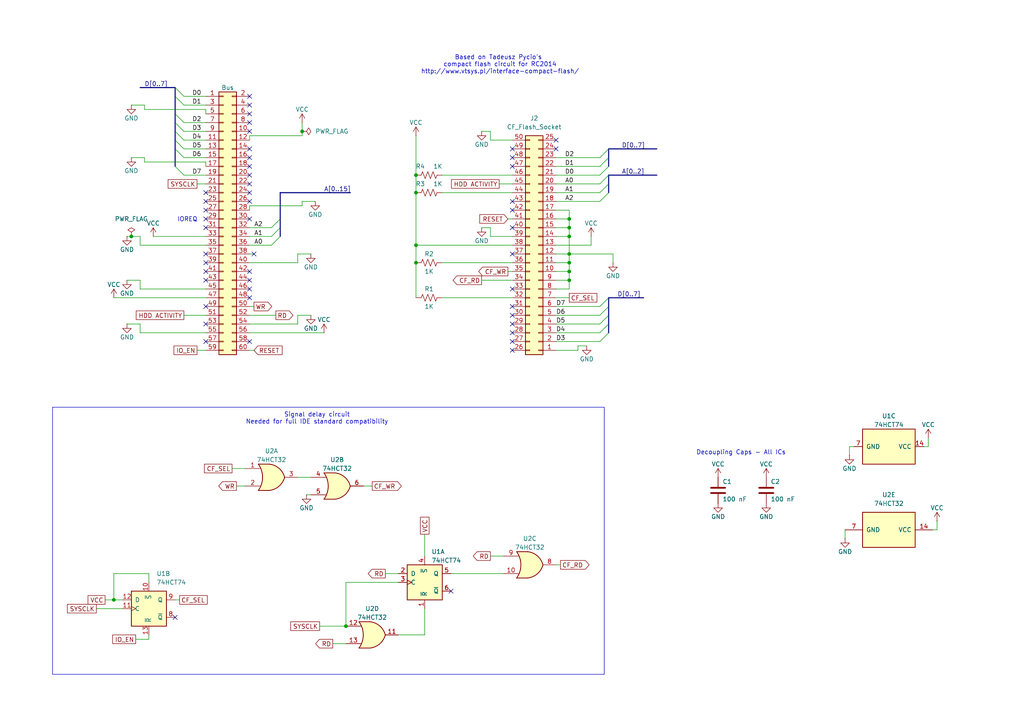
<source format=kicad_sch>
(kicad_sch (version 20231120) (generator "eeschema") (generator_version "8.0")
  (paper "A4")
  (title_block (title "Kludge CF Card") (rev "1.0"))
  (lib_symbols
    (symbol "74xx:74HC74" (pin_names (offset 1.016))
      (property "Reference" "U" (at -7.62 8.89 0))
      (property "Value" "74HC74" (at -7.62 -8.89 0))
      (symbol "74HC74_1_0"
        (pin input line (at 0 -7.62 90) (length 2.54) (name "~{R}") (number "1"))
        (pin input line (at -7.62 2.54 0) (length 2.54) (name "D") (number "2"))
        (pin input clock (at -7.62 0 0) (length 2.54) (name "C") (number "3"))
        (pin input line (at 0 7.62 270) (length 2.54) (name "~{S}") (number "4"))
        (pin output line (at 7.62 2.54 180) (length 2.54) (name "Q") (number "5"))
        (pin output line (at 7.62 -2.54 180) (length 2.54) (name "~{Q}") (number "6"))
      )
      (symbol "74HC74_2_0"
        (pin input line (at 0 7.62 270) (length 2.54) (name "~{S}") (number "10"))
        (pin input clock (at -7.62 0 0) (length 2.54) (name "C") (number "11"))
        (pin input line (at -7.62 2.54 0) (length 2.54) (name "D") (number "12"))
        (pin input line (at 0 -7.62 90) (length 2.54) (name "~{R}") (number "13"))
        (pin output line (at 7.62 -2.54 180) (length 2.54) (name "~{Q}") (number "8"))
        (pin output line (at 7.62 2.54 180) (length 2.54) (name "Q") (number "9"))
      )
      (symbol "74HC74_3_0"
        (pin power_in line (at 0 10.16 270) (length 2.54) (name "VCC") (number "14"))
        (pin power_in line (at 0 -10.16 90) (length 2.54) (name "GND") (number "7"))
      )
    )
    (symbol "74xx:74LS32" (pin_names (offset 1.016))
      (property "Reference" "U" (at 0 1.27 0))
      (property "Value" "74LS32" (at 0 -1.27 0))
      (symbol "74LS32_1_1"
        (pin input line (at -7.62 2.54 0) (length 4.318) (name "~") (number "1"))
        (pin input line (at -7.62 -2.54 0) (length 4.318) (name "~") (number "2"))
        (pin output line (at 7.62 0 180) (length 3.81) (name "~") (number "3"))
      )
      (symbol "74LS32_1_2"
        (pin input inverted (at -7.62 2.54 0) (length 3.81) (name "~") (number "1"))
        (pin input inverted (at -7.62 -2.54 0) (length 3.81) (name "~") (number "2"))
        (pin output inverted (at 7.62 0 180) (length 3.81) (name "~") (number "3"))
      )
      (symbol "74LS32_2_1"
        (pin input line (at -7.62 2.54 0) (length 4.318) (name "~") (number "4"))
        (pin input line (at -7.62 -2.54 0) (length 4.318) (name "~") (number "5"))
        (pin output line (at 7.62 0 180) (length 3.81) (name "~") (number "6"))
      )
      (symbol "74LS32_2_2"
        (pin input inverted (at -7.62 2.54 0) (length 3.81) (name "~") (number "4"))
        (pin input inverted (at -7.62 -2.54 0) (length 3.81) (name "~") (number "5"))
        (pin output inverted (at 7.62 0 180) (length 3.81) (name "~") (number "6"))
      )
      (symbol "74LS32_3_1"
        (pin input line (at -7.62 -2.54 0) (length 4.318) (name "~") (number "10"))
        (pin output line (at 7.62 0 180) (length 3.81) (name "~") (number "8"))
        (pin input line (at -7.62 2.54 0) (length 4.318) (name "~") (number "9"))
      )
      (symbol "74LS32_3_2"
        (pin input inverted (at -7.62 -2.54 0) (length 3.81) (name "~") (number "10"))
        (pin output inverted (at 7.62 0 180) (length 3.81) (name "~") (number "8"))
        (pin input inverted (at -7.62 2.54 0) (length 3.81) (name "~") (number "9"))
      )
      (symbol "74LS32_4_1"
        (pin output line (at 7.62 0 180) (length 3.81) (name "~") (number "11"))
        (pin input line (at -7.62 2.54 0) (length 4.318) (name "~") (number "12"))
        (pin input line (at -7.62 -2.54 0) (length 4.318) (name "~") (number "13"))
      )
      (symbol "74LS32_4_2"
        (pin output inverted (at 7.62 0 180) (length 3.81) (name "~") (number "11"))
        (pin input inverted (at -7.62 2.54 0) (length 3.81) (name "~") (number "12"))
        (pin input inverted (at -7.62 -2.54 0) (length 3.81) (name "~") (number "13"))
      )
      (symbol "74LS32_5_0"
        (pin power_in line (at 0 12.7 270) (length 5.08) (name "VCC") (number "14"))
        (pin power_in line (at 0 -12.7 90) (length 5.08) (name "GND") (number "7"))
      )
    )
    (symbol "Connector_Generic:Conn_02x25_Top_Bottom" (pin_names (offset 1.016) hide)
      (property "Reference" "J" (at 1.27 33.02 0))
      (property "Value" "Conn_02x25_Top_Bottom" (at 1.27 -33.02 0))
      (symbol "Conn_02x25_Top_Bottom_1_1"
        (pin passive line (at -5.08 30.48 0) (length 3.81) (name "Pin_1") (number "1"))
        (pin passive line (at -5.08 7.62 0) (length 3.81) (name "Pin_10") (number "10"))
        (pin passive line (at -5.08 5.08 0) (length 3.81) (name "Pin_11") (number "11"))
        (pin passive line (at -5.08 2.54 0) (length 3.81) (name "Pin_12") (number "12"))
        (pin passive line (at -5.08 0 0) (length 3.81) (name "Pin_13") (number "13"))
        (pin passive line (at -5.08 -2.54 0) (length 3.81) (name "Pin_14") (number "14"))
        (pin passive line (at -5.08 -5.08 0) (length 3.81) (name "Pin_15") (number "15"))
        (pin passive line (at -5.08 -7.62 0) (length 3.81) (name "Pin_16") (number "16"))
        (pin passive line (at -5.08 -10.16 0) (length 3.81) (name "Pin_17") (number "17"))
        (pin passive line (at -5.08 -12.7 0) (length 3.81) (name "Pin_18") (number "18"))
        (pin passive line (at -5.08 -15.24 0) (length 3.81) (name "Pin_19") (number "19"))
        (pin passive line (at -5.08 27.94 0) (length 3.81) (name "Pin_2") (number "2"))
        (pin passive line (at -5.08 -17.78 0) (length 3.81) (name "Pin_20") (number "20"))
        (pin passive line (at -5.08 -20.32 0) (length 3.81) (name "Pin_21") (number "21"))
        (pin passive line (at -5.08 -22.86 0) (length 3.81) (name "Pin_22") (number "22"))
        (pin passive line (at -5.08 -25.4 0) (length 3.81) (name "Pin_23") (number "23"))
        (pin passive line (at -5.08 -27.94 0) (length 3.81) (name "Pin_24") (number "24"))
        (pin passive line (at -5.08 -30.48 0) (length 3.81) (name "Pin_25") (number "25"))
        (pin passive line (at 7.62 30.48 180) (length 3.81) (name "Pin_26") (number "26"))
        (pin passive line (at 7.62 27.94 180) (length 3.81) (name "Pin_27") (number "27"))
        (pin passive line (at 7.62 25.4 180) (length 3.81) (name "Pin_28") (number "28"))
        (pin passive line (at 7.62 22.86 180) (length 3.81) (name "Pin_29") (number "29"))
        (pin passive line (at -5.08 25.4 0) (length 3.81) (name "Pin_3") (number "3"))
        (pin passive line (at 7.62 20.32 180) (length 3.81) (name "Pin_30") (number "30"))
        (pin passive line (at 7.62 17.78 180) (length 3.81) (name "Pin_31") (number "31"))
        (pin passive line (at 7.62 15.24 180) (length 3.81) (name "Pin_32") (number "32"))
        (pin passive line (at 7.62 12.7 180) (length 3.81) (name "Pin_33") (number "33"))
        (pin passive line (at 7.62 10.16 180) (length 3.81) (name "Pin_34") (number "34"))
        (pin passive line (at 7.62 7.62 180) (length 3.81) (name "Pin_35") (number "35"))
        (pin passive line (at 7.62 5.08 180) (length 3.81) (name "Pin_36") (number "36"))
        (pin passive line (at 7.62 2.54 180) (length 3.81) (name "Pin_37") (number "37"))
        (pin passive line (at 7.62 0 180) (length 3.81) (name "Pin_38") (number "38"))
        (pin passive line (at 7.62 -2.54 180) (length 3.81) (name "Pin_39") (number "39"))
        (pin passive line (at -5.08 22.86 0) (length 3.81) (name "Pin_4") (number "4"))
        (pin passive line (at 7.62 -5.08 180) (length 3.81) (name "Pin_40") (number "40"))
        (pin passive line (at 7.62 -7.62 180) (length 3.81) (name "Pin_41") (number "41"))
        (pin passive line (at 7.62 -10.16 180) (length 3.81) (name "Pin_42") (number "42"))
        (pin passive line (at 7.62 -12.7 180) (length 3.81) (name "Pin_43") (number "43"))
        (pin passive line (at 7.62 -15.24 180) (length 3.81) (name "Pin_44") (number "44"))
        (pin passive line (at 7.62 -17.78 180) (length 3.81) (name "Pin_45") (number "45"))
        (pin passive line (at 7.62 -20.32 180) (length 3.81) (name "Pin_46") (number "46"))
        (pin passive line (at 7.62 -22.86 180) (length 3.81) (name "Pin_47") (number "47"))
        (pin passive line (at 7.62 -25.4 180) (length 3.81) (name "Pin_48") (number "48"))
        (pin passive line (at 7.62 -27.94 180) (length 3.81) (name "Pin_49") (number "49"))
        (pin passive line (at -5.08 20.32 0) (length 3.81) (name "Pin_5") (number "5"))
        (pin passive line (at 7.62 -30.48 180) (length 3.81) (name "Pin_50") (number "50"))
        (pin passive line (at -5.08 17.78 0) (length 3.81) (name "Pin_6") (number "6"))
        (pin passive line (at -5.08 15.24 0) (length 3.81) (name "Pin_7") (number "7"))
        (pin passive line (at -5.08 12.7 0) (length 3.81) (name "Pin_8") (number "8"))
        (pin passive line (at -5.08 10.16 0) (length 3.81) (name "Pin_9") (number "9"))
      )
    )
    (symbol "Connector_Generic:Conn_02x30_Odd_Even" (pin_names (offset 1.016) hide)
      (property "Reference" "J" (at 1.27 38.1 0))
      (property "Value" "Conn_02x30_Odd_Even" (at 1.27 -40.64 0))
      (symbol "Conn_02x30_Odd_Even_1_1"
        (pin passive line (at -5.08 35.56 0) (length 3.81) (name "Pin_1") (number "1"))
        (pin passive line (at 7.62 25.4 180) (length 3.81) (name "Pin_10") (number "10"))
        (pin passive line (at -5.08 22.86 0) (length 3.81) (name "Pin_11") (number "11"))
        (pin passive line (at 7.62 22.86 180) (length 3.81) (name "Pin_12") (number "12"))
        (pin passive line (at -5.08 20.32 0) (length 3.81) (name "Pin_13") (number "13"))
        (pin passive line (at 7.62 20.32 180) (length 3.81) (name "Pin_14") (number "14"))
        (pin passive line (at -5.08 17.78 0) (length 3.81) (name "Pin_15") (number "15"))
        (pin passive line (at 7.62 17.78 180) (length 3.81) (name "Pin_16") (number "16"))
        (pin passive line (at -5.08 15.24 0) (length 3.81) (name "Pin_17") (number "17"))
        (pin passive line (at 7.62 15.24 180) (length 3.81) (name "Pin_18") (number "18"))
        (pin passive line (at -5.08 12.7 0) (length 3.81) (name "Pin_19") (number "19"))
        (pin passive line (at 7.62 35.56 180) (length 3.81) (name "Pin_2") (number "2"))
        (pin passive line (at 7.62 12.7 180) (length 3.81) (name "Pin_20") (number "20"))
        (pin passive line (at -5.08 10.16 0) (length 3.81) (name "Pin_21") (number "21"))
        (pin passive line (at 7.62 10.16 180) (length 3.81) (name "Pin_22") (number "22"))
        (pin passive line (at -5.08 7.62 0) (length 3.81) (name "Pin_23") (number "23"))
        (pin passive line (at 7.62 7.62 180) (length 3.81) (name "Pin_24") (number "24"))
        (pin passive line (at -5.08 5.08 0) (length 3.81) (name "Pin_25") (number "25"))
        (pin passive line (at 7.62 5.08 180) (length 3.81) (name "Pin_26") (number "26"))
        (pin passive line (at -5.08 2.54 0) (length 3.81) (name "Pin_27") (number "27"))
        (pin passive line (at 7.62 2.54 180) (length 3.81) (name "Pin_28") (number "28"))
        (pin passive line (at -5.08 0 0) (length 3.81) (name "Pin_29") (number "29"))
        (pin passive line (at -5.08 33.02 0) (length 3.81) (name "Pin_3") (number "3"))
        (pin passive line (at 7.62 0 180) (length 3.81) (name "Pin_30") (number "30"))
        (pin passive line (at -5.08 -2.54 0) (length 3.81) (name "Pin_31") (number "31"))
        (pin passive line (at 7.62 -2.54 180) (length 3.81) (name "Pin_32") (number "32"))
        (pin passive line (at -5.08 -5.08 0) (length 3.81) (name "Pin_33") (number "33"))
        (pin passive line (at 7.62 -5.08 180) (length 3.81) (name "Pin_34") (number "34"))
        (pin passive line (at -5.08 -7.62 0) (length 3.81) (name "Pin_35") (number "35"))
        (pin passive line (at 7.62 -7.62 180) (length 3.81) (name "Pin_36") (number "36"))
        (pin passive line (at -5.08 -10.16 0) (length 3.81) (name "Pin_37") (number "37"))
        (pin passive line (at 7.62 -10.16 180) (length 3.81) (name "Pin_38") (number "38"))
        (pin passive line (at -5.08 -12.7 0) (length 3.81) (name "Pin_39") (number "39"))
        (pin passive line (at 7.62 33.02 180) (length 3.81) (name "Pin_4") (number "4"))
        (pin passive line (at 7.62 -12.7 180) (length 3.81) (name "Pin_40") (number "40"))
        (pin passive line (at -5.08 -15.24 0) (length 3.81) (name "Pin_41") (number "41"))
        (pin passive line (at 7.62 -15.24 180) (length 3.81) (name "Pin_42") (number "42"))
        (pin passive line (at -5.08 -17.78 0) (length 3.81) (name "Pin_43") (number "43"))
        (pin passive line (at 7.62 -17.78 180) (length 3.81) (name "Pin_44") (number "44"))
        (pin passive line (at -5.08 -20.32 0) (length 3.81) (name "Pin_45") (number "45"))
        (pin passive line (at 7.62 -20.32 180) (length 3.81) (name "Pin_46") (number "46"))
        (pin passive line (at -5.08 -22.86 0) (length 3.81) (name "Pin_47") (number "47"))
        (pin passive line (at 7.62 -22.86 180) (length 3.81) (name "Pin_48") (number "48"))
        (pin passive line (at -5.08 -25.4 0) (length 3.81) (name "Pin_49") (number "49"))
        (pin passive line (at -5.08 30.48 0) (length 3.81) (name "Pin_5") (number "5"))
        (pin passive line (at 7.62 -25.4 180) (length 3.81) (name "Pin_50") (number "50"))
        (pin passive line (at -5.08 -27.94 0) (length 3.81) (name "Pin_51") (number "51"))
        (pin passive line (at 7.62 -27.94 180) (length 3.81) (name "Pin_52") (number "52"))
        (pin passive line (at -5.08 -30.48 0) (length 3.81) (name "Pin_53") (number "53"))
        (pin passive line (at 7.62 -30.48 180) (length 3.81) (name "Pin_54") (number "54"))
        (pin passive line (at -5.08 -33.02 0) (length 3.81) (name "Pin_55") (number "55"))
        (pin passive line (at 7.62 -33.02 180) (length 3.81) (name "Pin_56") (number "56"))
        (pin passive line (at -5.08 -35.56 0) (length 3.81) (name "Pin_57") (number "57"))
        (pin passive line (at 7.62 -35.56 180) (length 3.81) (name "Pin_58") (number "58"))
        (pin passive line (at -5.08 -38.1 0) (length 3.81) (name "Pin_59") (number "59"))
        (pin passive line (at 7.62 30.48 180) (length 3.81) (name "Pin_6") (number "6"))
        (pin passive line (at 7.62 -38.1 180) (length 3.81) (name "Pin_60") (number "60"))
        (pin passive line (at -5.08 27.94 0) (length 3.81) (name "Pin_7") (number "7"))
        (pin passive line (at 7.62 27.94 180) (length 3.81) (name "Pin_8") (number "8"))
        (pin passive line (at -5.08 25.4 0) (length 3.81) (name "Pin_9") (number "9"))
      )
    )
    (symbol "Device:C" (pin_numbers hide) (pin_names (offset 0.254))
      (property "Reference" "C" (at 0.635 2.54 0))
      (property "Value" "C" (at 0.635 -2.54 0))
      (symbol "C_1_1"
        (pin passive line (at 0 3.81 270) (length 2.794) (name "~") (number "1"))
        (pin passive line (at 0 -3.81 90) (length 2.794) (name "~") (number "2"))
      )
    )
    (symbol "Device:R_US" (pin_numbers hide) (pin_names (offset 0))
      (property "Reference" "R" (at 2.54 0 90))
      (property "Value" "R_US" (at -2.54 0 90))
      (symbol "R_US_1_1"
        (pin passive line (at 0 3.81 270) (length 1.27) (name "~") (number "1"))
        (pin passive line (at 0 -3.81 90) (length 1.27) (name "~") (number "2"))
      )
    )
    (symbol "GND_7" (power) (pin_numbers hide) (pin_names (offset 0) hide)
      (property "Value" "GND" (at 0 -3.81 0))
      (symbol "GND_7_1_1"
        (pin power_in line (at 0 0 270) (length 0) (name "~") (number "1"))
      )
    )
    (symbol "VCC_7" (power) (pin_numbers hide) (pin_names (offset 0) hide)
      (property "Value" "VCC" (at 0 3.556 0))
      (symbol "VCC_7_1_1"
        (pin power_in line (at 0 0 90) (length 0) (name "~") (number "1"))
      )
    )
    (symbol "power:GND" (power) (pin_numbers hide) (pin_names (offset 0) hide)
      (property "Value" "GND" (at 0 -3.81 0))
      (symbol "GND_1_1"
        (pin power_in line (at 0 0 270) (length 0) (name "~") (number "1"))
      )
    )
    (symbol "power:PWR_FLAG" (power) (pin_numbers hide) (pin_names (offset 0) hide)
      (property "Value" "PWR_FLAG" (at 0 3.81 0))
      (symbol "PWR_FLAG_0_0"
        (pin power_out line (at 0 0 90) (length 0) (name "~") (number "1"))
      )
    )
    (symbol "power:VCC" (power) (pin_numbers hide) (pin_names (offset 0) hide)
      (property "Value" "VCC" (at 0 3.556 0))
      (symbol "VCC_1_1"
        (pin power_in line (at 0 0 90) (length 0) (name "~") (number "1"))
      )
    )
  )
  (junction (at 165.1 76.2))
  (junction (at 120.65 71.12))
  (junction (at 120.65 50.8))
  (junction (at 33.02 173.99))
  (junction (at 165.1 73.66))
  (junction (at 87.63 38.1))
  (junction (at 120.65 76.2))
  (junction (at 165.1 81.28))
  (junction (at 100.33 181.61))
  (junction (at 38.1 68.58))
  (junction (at 165.1 66.04))
  (junction (at 120.65 55.88))
  (junction (at 165.1 63.5))
  (junction (at 165.1 78.74))
  (junction (at 165.1 68.58))
  (no_connect (at 148.59 60.96))
  (no_connect (at 59.69 60.96))
  (no_connect (at 59.69 55.88))
  (no_connect (at 148.59 99.06))
  (no_connect (at 73.66 73.66))
  (no_connect (at 59.69 99.06))
  (no_connect (at 148.59 48.26))
  (no_connect (at 59.69 81.28))
  (no_connect (at 148.59 91.44))
  (no_connect (at 148.59 101.6))
  (no_connect (at 72.39 53.34))
  (no_connect (at 130.81 171.45))
  (no_connect (at 148.59 66.04))
  (no_connect (at 59.69 93.98))
  (no_connect (at 72.39 78.74))
  (no_connect (at 72.39 99.06))
  (no_connect (at 148.59 93.98))
  (no_connect (at 72.39 83.82))
  (no_connect (at 72.39 27.94))
  (no_connect (at 148.59 45.72))
  (no_connect (at 148.59 43.18))
  (no_connect (at 59.69 78.74))
  (no_connect (at 72.39 45.72))
  (no_connect (at 59.69 58.42))
  (no_connect (at 72.39 35.56))
  (no_connect (at 59.69 66.04))
  (no_connect (at 50.8 179.07))
  (no_connect (at 72.39 48.26))
  (no_connect (at 161.29 40.64))
  (no_connect (at 59.69 88.9))
  (no_connect (at 72.39 86.36))
  (no_connect (at 72.39 50.8))
  (no_connect (at 72.39 38.1))
  (no_connect (at 72.39 55.88))
  (no_connect (at 72.39 43.18))
  (no_connect (at 161.29 43.18))
  (no_connect (at 72.39 30.48))
  (no_connect (at 59.69 63.5))
  (no_connect (at 148.59 96.52))
  (no_connect (at 148.59 58.42))
  (no_connect (at 72.39 63.5))
  (no_connect (at 148.59 88.9))
  (no_connect (at 59.69 76.2))
  (no_connect (at 72.39 33.02))
  (no_connect (at 148.59 83.82))
  (no_connect (at 72.39 58.42))
  (no_connect (at 72.39 81.28))
  (no_connect (at 59.69 73.66))
  (no_connect (at 148.59 73.66))
  (bus_entry (at 176.53 96.52) (size -2.54 2.54))
  (bus_entry (at 50.8 27.94) (size 2.54 2.54))
  (bus_entry (at 176.53 88.9) (size -2.54 2.54))
  (bus_entry (at 78.74 71.12) (size 2.54 -2.54))
  (bus_entry (at 50.8 25.4) (size 2.54 2.54))
  (bus_entry (at 50.8 33.02) (size 2.54 2.54))
  (bus_entry (at 50.8 43.18) (size 2.54 2.54))
  (bus_entry (at 50.8 48.26) (size 2.54 2.54))
  (bus_entry (at 78.74 68.58) (size 2.54 -2.54))
  (bus_entry (at 50.8 38.1) (size 2.54 2.54))
  (bus_entry (at 176.53 93.98) (size -2.54 2.54))
  (bus_entry (at 176.53 45.72) (size -2.54 2.54))
  (bus_entry (at 176.53 91.44) (size -2.54 2.54))
  (bus_entry (at 50.8 40.64) (size 2.54 2.54))
  (bus_entry (at 176.53 43.18) (size -2.54 2.54))
  (bus_entry (at 173.99 58.42) (size 2.54 -2.54))
  (bus_entry (at 173.99 55.88) (size 2.54 -2.54))
  (bus_entry (at 50.8 35.56) (size 2.54 2.54))
  (bus_entry (at 176.53 86.36) (size -2.54 2.54))
  (bus_entry (at 173.99 53.34) (size 2.54 -2.54))
  (bus_entry (at 78.74 66.04) (size 2.54 -2.54))
  (bus_entry (at 176.53 48.26) (size -2.54 2.54))
  (wire (pts (xy 165.1 83.82) (xy 165.1 81.28)))
  (bus (pts (xy 176.53 48.26) (xy 176.53 45.72)))
  (wire (pts (xy 245.11 153.67) (xy 245.11 156.21)))
  (wire (pts (xy 33.02 86.36) (xy 59.69 86.36)))
  (wire (pts (xy 100.33 168.91) (xy 115.57 168.91)))
  (bus (pts (xy 176.53 53.34) (xy 176.53 50.8)))
  (wire (pts (xy 165.1 63.5) (xy 165.1 60.96)))
  (bus (pts (xy 176.53 93.98) (xy 176.53 91.44)))
  (wire (pts (xy 72.39 101.6) (xy 73.66 101.6)))
  (wire (pts (xy 35.56 173.99) (xy 33.02 173.99)))
  (wire (pts (xy 59.69 33.02) (xy 59.69 31.75)))
  (wire (pts (xy 144.78 53.34) (xy 148.59 53.34)))
  (wire (pts (xy 78.74 66.04) (xy 72.39 66.04)))
  (wire (pts (xy 161.29 76.2) (xy 165.1 76.2)))
  (wire (pts (xy 52.07 173.99) (xy 50.8 173.99)))
  (wire (pts (xy 161.29 66.04) (xy 165.1 66.04)))
  (bus (pts (xy 176.53 50.8) (xy 190.5 50.8)))
  (wire (pts (xy 165.1 81.28) (xy 165.1 78.74)))
  (wire (pts (xy 161.29 60.96) (xy 165.1 60.96)))
  (wire (pts (xy 72.39 91.44) (xy 80.01 91.44)))
  (wire (pts (xy 161.29 55.88) (xy 173.99 55.88)))
  (wire (pts (xy 78.74 68.58) (xy 72.39 68.58)))
  (wire (pts (xy 72.39 40.64) (xy 72.39 39.37)))
  (wire (pts (xy 41.91 30.48) (xy 38.1 30.48)))
  (wire (pts (xy 59.69 50.8) (xy 53.34 50.8)))
  (wire (pts (xy 72.39 76.2) (xy 86.36 76.2)))
  (wire (pts (xy 165.1 68.58) (xy 165.1 73.66)))
  (wire (pts (xy 161.29 58.42) (xy 173.99 58.42)))
  (wire (pts (xy 67.31 135.89) (xy 71.12 135.89)))
  (bus (pts (xy 50.8 40.64) (xy 50.8 43.18)))
  (wire (pts (xy 72.39 93.98) (xy 86.36 93.98)))
  (bus (pts (xy 176.53 86.36) (xy 186.69 86.36)))
  (wire (pts (xy 43.18 185.42) (xy 43.18 184.15)))
  (wire (pts (xy 123.19 154.94) (xy 123.19 161.29)))
  (wire (pts (xy 165.1 86.36) (xy 161.29 86.36)))
  (wire (pts (xy 72.39 96.52) (xy 93.98 96.52)))
  (wire (pts (xy 59.69 40.64) (xy 53.34 40.64)))
  (wire (pts (xy 59.69 45.72) (xy 53.34 45.72)))
  (wire (pts (xy 59.69 35.56) (xy 53.34 35.56)))
  (wire (pts (xy 40.64 96.52) (xy 40.64 93.98)))
  (wire (pts (xy 59.69 31.75) (xy 41.91 31.75)))
  (wire (pts (xy 161.29 63.5) (xy 165.1 63.5)))
  (wire (pts (xy 130.81 166.37) (xy 146.05 166.37)))
  (wire (pts (xy 128.27 55.88) (xy 148.59 55.88)))
  (wire (pts (xy 92.71 181.61) (xy 100.33 181.61)))
  (wire (pts (xy 161.29 93.98) (xy 173.99 93.98)))
  (wire (pts (xy 269.24 129.54) (xy 267.97 129.54)))
  (wire (pts (xy 128.27 50.8) (xy 148.59 50.8)))
  (wire (pts (xy 40.64 68.58) (xy 38.1 68.58)))
  (wire (pts (xy 41.91 45.72) (xy 38.1 45.72)))
  (wire (pts (xy 41.91 46.99) (xy 41.91 45.72)))
  (wire (pts (xy 72.39 39.37) (xy 87.63 39.37)))
  (wire (pts (xy 167.64 101.6) (xy 161.29 101.6)))
  (wire (pts (xy 161.29 71.12) (xy 171.45 71.12)))
  (bus (pts (xy 50.8 25.4) (xy 50.8 27.94)))
  (bus (pts (xy 81.28 55.88) (xy 81.28 63.5)))
  (wire (pts (xy 59.69 48.26) (xy 59.69 46.99)))
  (wire (pts (xy 142.24 40.64) (xy 148.59 40.64)))
  (wire (pts (xy 59.69 43.18) (xy 53.34 43.18)))
  (wire (pts (xy 40.64 96.52) (xy 59.69 96.52)))
  (wire (pts (xy 120.65 50.8) (xy 120.65 55.88)))
  (wire (pts (xy 246.38 129.54) (xy 247.65 129.54)))
  (wire (pts (xy 40.64 81.28) (xy 36.83 81.28)))
  (wire (pts (xy 177.8 73.66) (xy 177.8 76.2)))
  (wire (pts (xy 100.33 181.61) (xy 100.33 168.91)))
  (wire (pts (xy 100.33 186.69) (xy 96.52 186.69)))
  (wire (pts (xy 71.12 140.97) (xy 68.58 140.97)))
  (wire (pts (xy 171.45 71.12) (xy 171.45 68.58)))
  (wire (pts (xy 146.05 161.29) (xy 142.24 161.29)))
  (wire (pts (xy 40.64 71.12) (xy 40.64 68.58)))
  (wire (pts (xy 120.65 76.2) (xy 120.65 86.36)))
  (wire (pts (xy 53.34 91.44) (xy 59.69 91.44)))
  (wire (pts (xy 57.15 101.6) (xy 59.69 101.6)))
  (bus (pts (xy 176.53 91.44) (xy 176.53 88.9)))
  (wire (pts (xy 73.66 88.9) (xy 72.39 88.9)))
  (wire (pts (xy 161.29 68.58) (xy 165.1 68.58)))
  (wire (pts (xy 142.24 38.1) (xy 142.24 40.64)))
  (wire (pts (xy 165.1 78.74) (xy 165.1 76.2)))
  (wire (pts (xy 161.29 99.06) (xy 173.99 99.06)))
  (wire (pts (xy 72.39 73.66) (xy 73.66 73.66)))
  (wire (pts (xy 87.63 38.1) (xy 87.63 35.56)))
  (wire (pts (xy 161.29 96.52) (xy 173.99 96.52)))
  (wire (pts (xy 78.74 71.12) (xy 72.39 71.12)))
  (wire (pts (xy 86.36 138.43) (xy 90.17 138.43)))
  (wire (pts (xy 120.65 71.12) (xy 148.59 71.12)))
  (wire (pts (xy 38.1 68.58) (xy 36.83 68.58)))
  (wire (pts (xy 161.29 88.9) (xy 173.99 88.9)))
  (wire (pts (xy 161.29 73.66) (xy 165.1 73.66)))
  (bus (pts (xy 81.28 66.04) (xy 81.28 63.5)))
  (bus (pts (xy 50.8 33.02) (xy 50.8 35.56)))
  (bus (pts (xy 50.8 43.18) (xy 50.8 48.26)))
  (wire (pts (xy 86.36 73.66) (xy 90.17 73.66)))
  (wire (pts (xy 59.69 38.1) (xy 53.34 38.1)))
  (wire (pts (xy 246.38 129.54) (xy 246.38 132.08)))
  (wire (pts (xy 139.7 38.1) (xy 142.24 38.1)))
  (bus (pts (xy 176.53 86.36) (xy 176.53 88.9)))
  (wire (pts (xy 165.1 73.66) (xy 177.8 73.66)))
  (wire (pts (xy 86.36 91.44) (xy 90.17 91.44)))
  (wire (pts (xy 165.1 76.2) (xy 165.1 73.66)))
  (wire (pts (xy 120.65 39.37) (xy 120.65 50.8)))
  (wire (pts (xy 170.18 100.33) (xy 167.64 100.33)))
  (bus (pts (xy 40.64 25.4) (xy 50.8 25.4)))
  (wire (pts (xy 53.34 30.48) (xy 59.69 30.48)))
  (wire (pts (xy 72.39 59.69) (xy 87.63 59.69)))
  (wire (pts (xy 40.64 71.12) (xy 59.69 71.12)))
  (bus (pts (xy 81.28 68.58) (xy 81.28 66.04)))
  (wire (pts (xy 44.45 68.58) (xy 59.69 68.58)))
  (wire (pts (xy 165.1 66.04) (xy 165.1 63.5)))
  (wire (pts (xy 87.63 39.37) (xy 87.63 38.1)))
  (wire (pts (xy 53.34 27.94) (xy 59.69 27.94)))
  (wire (pts (xy 39.37 185.42) (xy 43.18 185.42)))
  (wire (pts (xy 269.24 127) (xy 269.24 129.54)))
  (wire (pts (xy 161.29 91.44) (xy 173.99 91.44)))
  (wire (pts (xy 59.69 46.99) (xy 41.91 46.99)))
  (bus (pts (xy 50.8 35.56) (xy 50.8 38.1)))
  (bus (pts (xy 176.53 55.88) (xy 176.53 53.34)))
  (wire (pts (xy 147.32 78.74) (xy 148.59 78.74)))
  (wire (pts (xy 139.7 81.28) (xy 148.59 81.28)))
  (wire (pts (xy 86.36 76.2) (xy 86.36 73.66)))
  (wire (pts (xy 30.48 173.99) (xy 33.02 173.99)))
  (wire (pts (xy 161.29 78.74) (xy 165.1 78.74)))
  (wire (pts (xy 33.02 173.99) (xy 33.02 166.37)))
  (wire (pts (xy 128.27 86.36) (xy 148.59 86.36)))
  (wire (pts (xy 107.95 140.97) (xy 105.41 140.97)))
  (wire (pts (xy 41.91 31.75) (xy 41.91 30.48)))
  (wire (pts (xy 87.63 58.42) (xy 91.44 58.42)))
  (wire (pts (xy 40.64 83.82) (xy 59.69 83.82)))
  (wire (pts (xy 43.18 166.37) (xy 43.18 168.91)))
  (wire (pts (xy 139.7 66.04) (xy 142.24 66.04)))
  (wire (pts (xy 161.29 50.8) (xy 173.99 50.8)))
  (bus (pts (xy 176.53 43.18) (xy 190.5 43.18)))
  (wire (pts (xy 271.78 151.13) (xy 271.78 153.67)))
  (bus (pts (xy 176.53 43.18) (xy 176.53 45.72)))
  (wire (pts (xy 27.94 176.53) (xy 35.56 176.53)))
  (wire (pts (xy 161.29 48.26) (xy 173.99 48.26)))
  (wire (pts (xy 148.59 63.5) (xy 147.32 63.5)))
  (wire (pts (xy 161.29 53.34) (xy 173.99 53.34)))
  (wire (pts (xy 165.1 68.58) (xy 165.1 66.04)))
  (wire (pts (xy 123.19 176.53) (xy 123.19 184.15)))
  (wire (pts (xy 72.39 60.96) (xy 72.39 59.69)))
  (wire (pts (xy 57.15 53.34) (xy 59.69 53.34)))
  (wire (pts (xy 120.65 55.88) (xy 120.65 71.12)))
  (wire (pts (xy 161.29 83.82) (xy 165.1 83.82)))
  (wire (pts (xy 123.19 184.15) (xy 115.57 184.15)))
  (wire (pts (xy 40.64 93.98) (xy 36.83 93.98)))
  (wire (pts (xy 162.56 163.83) (xy 161.29 163.83)))
  (wire (pts (xy 40.64 83.82) (xy 40.64 81.28)))
  (wire (pts (xy 142.24 66.04) (xy 142.24 68.58)))
  (wire (pts (xy 161.29 81.28) (xy 165.1 81.28)))
  (wire (pts (xy 87.63 59.69) (xy 87.63 58.42)))
  (bus (pts (xy 50.8 38.1) (xy 50.8 40.64)))
  (wire (pts (xy 120.65 71.12) (xy 120.65 76.2)))
  (bus (pts (xy 81.28 55.88) (xy 101.6 55.88)))
  (wire (pts (xy 128.27 76.2) (xy 148.59 76.2)))
  (wire (pts (xy 142.24 68.58) (xy 148.59 68.58)))
  (wire (pts (xy 271.78 153.67) (xy 270.51 153.67)))
  (wire (pts (xy 33.02 166.37) (xy 43.18 166.37)))
  (wire (pts (xy 88.9 143.51) (xy 90.17 143.51)))
  (wire (pts (xy 86.36 93.98) (xy 86.36 91.44)))
  (wire (pts (xy 173.99 45.72) (xy 161.29 45.72)))
  (wire (pts (xy 167.64 100.33) (xy 167.64 101.6)))
  (bus (pts (xy 50.8 27.94) (xy 50.8 33.02)))
  (bus (pts (xy 176.53 96.52) (xy 176.53 93.98)))
  (wire (pts (xy 115.57 166.37) (xy 111.76 166.37)))
  (rectangle (start 15.24 118.11) (end 175.26 195.58))
  (text "IOREQ" (at 54.356 63.754 0) (effects (font (size 1.27 1.27))))
  (text "Signal delay circuit\nNeeded for full IDE standard compatibility" (at 91.948 121.412 0) (effects (font (size 1.27 1.27))))
  (text "Decoupling Caps - All ICs" (at 201.93 132.08 0) (effects (font (size 1.27 1.27)) (justify left bottom)))
  (text "Based on Tadeusz Pycio's \ncompact flash circuit for RC2014\nhttp://www.vtsys.pl/interface-compact-flash/" (at 145.034 18.796 0) (effects (font (size 1.27 1.27))))
  (label "D1" (at 163.83 48.26 0))
  (label "D5" (at 161.29 93.98 0))
  (label "A[0..2]" (at 180.34 50.8 0))
  (label "D[0..7]" (at 180.34 43.18 0))
  (label "D7" (at 58.42 50.8 180))
  (label "D0" (at 163.83 50.8 0))
  (label "D5" (at 58.42 43.18 180))
  (label "A1" (at 166.37 55.88 180))
  (label "D3" (at 58.42 38.1 180))
  (label "D[0..7]" (at 41.91 25.4 0))
  (label "D[0..7]" (at 179.07 86.36 0))
  (label "D2" (at 163.83 45.72 0))
  (label "A0" (at 76.2 71.12 180))
  (label "D4" (at 161.29 96.52 0))
  (label "D1" (at 58.42 30.48 180))
  (label "A[0..15]" (at 93.98 55.88 0))
  (label "D0" (at 58.42 27.94 180))
  (label "A1" (at 76.2 68.58 180))
  (label "D3" (at 161.29 99.06 0))
  (label "D6" (at 161.29 91.44 0))
  (label "A0" (at 166.37 53.34 180))
  (label "D7" (at 161.29 88.9 0))
  (label "D6" (at 58.42 45.72 180))
  (label "A2" (at 166.37 58.42 180))
  (label "A2" (at 76.2 66.04 180))
  (label "D2" (at 58.42 35.56 180))
  (label "D4" (at 58.42 40.64 180))
  (global_label "IO_EN" (shape passive) (at 57.15 101.6 180) (property "Intersheetrefs" "${INTERSHEET_REFS}" (effects (hide yes))))
  (global_label "VCC" (shape passive) (at 123.19 154.94 90) (property "Intersheetrefs" "${INTERSHEET_REFS}" (effects (hide yes))))
  (global_label "VCC" (shape passive) (at 30.48 173.99 180) (property "Intersheetrefs" "${INTERSHEET_REFS}" (effects (hide yes))))
  (global_label "RD" (shape output) (at 111.76 166.37 180) (property "Intersheetrefs" "${INTERSHEET_REFS}" (effects (hide yes))))
  (global_label "CF_RD" (shape output) (at 139.7 81.28 180) (property "Intersheetrefs" "${INTERSHEET_REFS}" (effects (hide yes))))
  (global_label "RD" (shape output) (at 96.52 186.69 180) (property "Intersheetrefs" "${INTERSHEET_REFS}" (effects (hide yes))))
  (global_label "WR" (shape output) (at 73.66 88.9 0) (property "Intersheetrefs" "${INTERSHEET_REFS}" (effects (hide yes))))
  (global_label "IO_EN" (shape passive) (at 39.37 185.42 180) (property "Intersheetrefs" "${INTERSHEET_REFS}" (effects (hide yes))))
  (global_label "RD" (shape output) (at 142.24 161.29 180) (property "Intersheetrefs" "${INTERSHEET_REFS}" (effects (hide yes))))
  (global_label "RD" (shape output) (at 80.01 91.44 0) (property "Intersheetrefs" "${INTERSHEET_REFS}" (effects (hide yes))))
  (global_label "WR" (shape output) (at 68.58 140.97 180) (property "Intersheetrefs" "${INTERSHEET_REFS}" (effects (hide yes))))
  (global_label "SYSCLK" (shape passive) (at 57.15 53.34 180) (property "Intersheetrefs" "${INTERSHEET_REFS}" (effects (hide yes))))
  (global_label "HDD ACTIVITY" (shape passive) (at 144.78 53.34 180) (property "Intersheetrefs" "${INTERSHEET_REFS}" (effects (hide yes))))
  (global_label "CF_SEL" (shape passive) (at 165.1 86.36 0) (property "Intersheetrefs" "${INTERSHEET_REFS}" (effects (hide yes))))
  (global_label "CF_SEL" (shape passive) (at 52.07 173.99 0) (property "Intersheetrefs" "${INTERSHEET_REFS}" (effects (hide yes))))
  (global_label "CF_WR" (shape output) (at 107.95 140.97 0) (property "Intersheetrefs" "${INTERSHEET_REFS}" (effects (hide yes))))
  (global_label "CF_SEL" (shape passive) (at 67.31 135.89 180) (property "Intersheetrefs" "${INTERSHEET_REFS}" (effects (hide yes))))
  (global_label "RESET" (shape input) (at 73.66 101.6 0) (property "Intersheetrefs" "${INTERSHEET_REFS}" (effects (hide yes))))
  (global_label "CF_RD" (shape output) (at 162.56 163.83 0) (property "Intersheetrefs" "${INTERSHEET_REFS}" (effects (hide yes))))
  (global_label "SYSCLK" (shape passive) (at 92.71 181.61 180) (property "Intersheetrefs" "${INTERSHEET_REFS}" (effects (hide yes))))
  (global_label "SYSCLK" (shape passive) (at 27.94 176.53 180) (property "Intersheetrefs" "${INTERSHEET_REFS}" (effects (hide yes))))
  (global_label "HDD ACTIVITY" (shape passive) (at 53.34 91.44 180) (property "Intersheetrefs" "${INTERSHEET_REFS}" (effects (hide yes))))
  (global_label "CF_WR" (shape output) (at 147.32 78.74 180) (property "Intersheetrefs" "${INTERSHEET_REFS}" (effects (hide yes))))
  (global_label "RESET" (shape input) (at 147.32 63.5 180) (property "Intersheetrefs" "${INTERSHEET_REFS}" (effects (hide yes))))
  (symbol (lib_id "74xx:74LS32") (at 97.79 140.97 0) (unit 2)
    (property "Reference" "U2" (at 97.79 133.35 0))
    (property "Value" "74HCT32" (at 97.79 135.89 0))
    (property "Footprint" "Package_DIP:DIP-14_W7.62mm" (effects (hide yes)))
    (property "Datasheet" "http://www.ti.com/lit/gpn/sn74LS32" (effects (hide yes)))
  )
  (symbol (lib_id "power:VCC") (at 222.25 138.43 0) (unit 1)
    (property "Reference" "#PWR03" (effects (hide yes)))
    (property "Value" "VCC" (at 222.25 134.62 0))
    (property "Description" "Power symbol creates a global label with name \"VCC\"" (effects (hide yes)))
  )
  (symbol (lib_id "Device:C") (at 208.28 142.24 0) (unit 1)
    (property "Reference" "C1" (at 209.55 139.7 0) (effects (justify left)))
    (property "Value" "100 nF" (at 209.55 144.78 0) (effects (justify left)))
    (property "Footprint" "Z80 Parts:C_Disc_D3.0mm_W1.6mm_P2.54mm" (effects (hide yes)))
    (property "Description" "Unpolarized capacitor" (effects (hide yes)))
  )
  (symbol (lib_id "74xx:74LS32") (at 257.81 153.67 270) (unit 5)
    (property "Reference" "U2" (at 257.81 143.51 90))
    (property "Value" "74HCT32" (at 257.81 146.05 90))
    (property "Footprint" "Package_DIP:DIP-14_W7.62mm" (effects (hide yes)))
    (property "Datasheet" "http://www.ti.com/lit/gpn/sn74LS32" (effects (hide yes)))
  )
  (symbol (lib_id "74xx:74LS32") (at 107.95 184.15 0) (unit 4)
    (property "Reference" "U2" (at 107.95 176.53 0))
    (property "Value" "74HCT32" (at 107.95 179.07 0))
    (property "Footprint" "Package_DIP:DIP-14_W7.62mm" (effects (hide yes)))
    (property "Datasheet" "http://www.ti.com/lit/gpn/sn74LS32" (effects (hide yes)))
  )
  (symbol (lib_name "GND_7") (lib_id "power:GND") (at 177.8 76.2 0) (unit 1)
    (property "Reference" "#PWR010" (effects (hide yes)))
    (property "Value" "GND" (at 177.8 80.01 0))
    (property "Description" "Power symbol creates a global label with name \"GND\" , ground" (effects (hide yes)))
  )
  (symbol (lib_name "GND_7") (lib_id "power:GND") (at 36.83 93.98 0) (unit 1)
    (property "Reference" "#PWR09" (effects (hide yes)))
    (property "Value" "GND" (at 36.83 97.79 0))
    (property "Description" "Power symbol creates a global label with name \"GND\" , ground" (effects (hide yes)))
  )
  (symbol (lib_id "74xx:74LS32") (at 78.74 138.43 0) (unit 1)
    (property "Reference" "U2" (at 78.74 130.81 0))
    (property "Value" "74HCT32" (at 78.74 133.35 0))
    (property "Footprint" "Package_DIP:DIP-14_W7.62mm" (effects (hide yes)))
    (property "Datasheet" "http://www.ti.com/lit/gpn/sn74LS32" (effects (hide yes)))
  )
  (symbol (lib_id "power:PWR_FLAG") (at 38.1 68.58 0) (unit 1)
    (property "Reference" "#FLG01" (effects (hide yes)))
    (property "Value" "PWR_FLAG" (at 38.1 63.5 0))
    (property "Description" "Special symbol for telling ERC where power comes from" (effects (hide yes)))
  )
  (symbol (lib_id "power:GND") (at 208.28 146.05 0) (unit 1)
    (property "Reference" "#PWR02" (effects (hide yes)))
    (property "Value" "GND" (at 208.28 149.86 0))
    (property "Description" "Power symbol creates a global label with name \"GND\" , ground" (effects (hide yes)))
  )
  (symbol (lib_name "VCC_7") (lib_id "power:VCC") (at 44.45 68.58 0) (unit 1)
    (property "Reference" "#PWR024" (effects (hide yes)))
    (property "Value" "VCC" (at 44.45 64.77 0))
    (property "Description" "Power symbol creates a global label with name \"VCC\"" (effects (hide yes)))
  )
  (symbol (lib_id "power:GND") (at 222.25 146.05 0) (unit 1)
    (property "Reference" "#PWR04" (effects (hide yes)))
    (property "Value" "GND" (at 222.25 149.86 0))
    (property "Description" "Power symbol creates a global label with name \"GND\" , ground" (effects (hide yes)))
  )
  (symbol (lib_id "Connector_Generic:Conn_02x30_Odd_Even") (at 64.77 63.5 0) (unit 1)
    (property "Reference" "J1" (effects (hide yes)))
    (property "Value" "Bus" (at 66.04 25.4 0))
    (property "Footprint" "Connector_PinHeader_2.54mm:PinHeader_2x30_P2.54mm_Vertical" (effects (hide yes)))
  )
  (symbol (lib_name "GND_7") (lib_id "power:GND") (at 170.18 100.33 0) (mirror y) (unit 1)
    (property "Reference" "#PWR014" (effects (hide yes)))
    (property "Value" "GND" (at 170.18 104.14 0))
    (property "Description" "Power symbol creates a global label with name \"GND\" , ground" (effects (hide yes)))
  )
  (symbol (lib_name "GND_7") (lib_id "power:GND") (at 246.38 132.08 0) (unit 1)
    (property "Reference" "#PWR017" (effects (hide yes)))
    (property "Value" "GND" (at 246.38 135.89 0))
    (property "Description" "Power symbol creates a global label with name \"GND\" , ground" (effects (hide yes)))
  )
  (symbol (lib_id "Device:R_US") (at 124.46 76.2 90) (unit 1)
    (property "Reference" "R2" (at 124.46 73.66 90))
    (property "Value" "1K" (at 124.46 78.74 90))
    (property "Footprint" "Resistor_THT:R_Axial_DIN0207_L6.3mm_D2.5mm_P10.16mm_Horizontal" (effects (hide yes)))
  )
  (symbol (lib_id "Device:R_US") (at 124.46 50.8 90) (unit 1)
    (property "Reference" "R4" (at 121.92 48.26 90))
    (property "Value" "1K" (at 127 48.26 90))
    (property "Footprint" "Resistor_THT:R_Axial_DIN0207_L6.3mm_D2.5mm_P10.16mm_Horizontal" (effects (hide yes)))
  )
  (symbol (lib_name "GND_7") (lib_id "power:GND") (at 36.83 68.58 0) (unit 1)
    (property "Reference" "#PWR07" (effects (hide yes)))
    (property "Value" "GND" (at 36.83 72.39 0))
    (property "Description" "Power symbol creates a global label with name \"GND\" , ground" (effects (hide yes)))
  )
  (symbol (lib_name "VCC_7") (lib_id "power:VCC") (at 269.24 127 0) (unit 1)
    (property "Reference" "#PWR018" (effects (hide yes)))
    (property "Value" "VCC" (at 269.24 123.19 0))
    (property "Description" "Power symbol creates a global label with name \"VCC\"" (effects (hide yes)))
  )
  (symbol (lib_id "74xx:74LS32") (at 153.67 163.83 0) (unit 3)
    (property "Reference" "U2" (at 153.67 156.21 0))
    (property "Value" "74HCT32" (at 153.67 158.75 0))
    (property "Footprint" "Package_DIP:DIP-14_W7.62mm" (effects (hide yes)))
    (property "Datasheet" "http://www.ti.com/lit/gpn/sn74LS32" (effects (hide yes)))
  )
  (symbol (lib_name "VCC_7") (lib_id "power:VCC") (at 33.02 86.36 0) (unit 1)
    (property "Reference" "#PWR06" (effects (hide yes)))
    (property "Value" "VCC" (at 33.02 82.55 0))
    (property "Description" "Power symbol creates a global label with name \"VCC\"" (effects (hide yes)))
  )
  (symbol (lib_name "GND_7") (lib_id "power:GND") (at 139.7 38.1 0) (unit 1)
    (property "Reference" "#PWR013" (effects (hide yes)))
    (property "Value" "GND" (at 139.7 41.91 0))
    (property "Description" "Power symbol creates a global label with name \"GND\" , ground" (effects (hide yes)))
  )
  (symbol (lib_name "VCC_7") (lib_id "power:VCC") (at 87.63 35.56 0) (mirror y) (unit 1)
    (property "Reference" "#PWR025" (effects (hide yes)))
    (property "Value" "VCC" (at 87.63 31.75 0))
    (property "Description" "Power symbol creates a global label with name \"VCC\"" (effects (hide yes)))
  )
  (symbol (lib_name "GND_7") (lib_id "power:GND") (at 90.17 73.66 0) (mirror y) (unit 1)
    (property "Reference" "#PWR026" (effects (hide yes)))
    (property "Value" "GND" (at 90.17 77.47 0))
    (property "Description" "Power symbol creates a global label with name \"GND\" , ground" (effects (hide yes)))
  )
  (symbol (lib_id "74xx:74HC74") (at 43.18 176.53 0) (unit 2)
    (property "Reference" "U1" (at 45.3741 166.37 0) (effects (justify left)))
    (property "Value" "74HCT74" (at 45.3741 168.91 0) (effects (justify left)))
    (property "Footprint" "Package_DIP:DIP-14_W7.62mm" (effects (hide yes)))
    (property "Datasheet" "74xx/74hc_hct74.pdf" (effects (hide yes)))
  )
  (symbol (lib_id "74xx:74HC74") (at 123.19 168.91 0) (unit 1)
    (property "Reference" "U1" (at 125.1459 160.02 0) (effects (justify left)))
    (property "Value" "74HCT74" (at 125.1459 162.56 0) (effects (justify left)))
    (property "Footprint" "Package_DIP:DIP-14_W7.62mm" (effects (hide yes)))
    (property "Datasheet" "74xx/74hc_hct74.pdf" (effects (hide yes)))
  )
  (symbol (lib_name "VCC_7") (lib_id "power:VCC") (at 171.45 68.58 0) (unit 1)
    (property "Reference" "#PWR021" (effects (hide yes)))
    (property "Value" "VCC" (at 171.45 64.77 0))
    (property "Description" "Power symbol creates a global label with name \"VCC\"" (effects (hide yes)))
  )
  (symbol (lib_name "GND_7") (lib_id "power:GND") (at 36.83 81.28 0) (unit 1)
    (property "Reference" "#PWR08" (effects (hide yes)))
    (property "Value" "GND" (at 36.83 85.09 0))
    (property "Description" "Power symbol creates a global label with name \"GND\" , ground" (effects (hide yes)))
  )
  (symbol (lib_name "GND_7") (lib_id "power:GND") (at 245.11 156.21 0) (unit 1)
    (property "Reference" "#PWR016" (effects (hide yes)))
    (property "Value" "GND" (at 245.11 160.02 0))
    (property "Description" "Power symbol creates a global label with name \"GND\" , ground" (effects (hide yes)))
  )
  (symbol (lib_name "GND_7") (lib_id "power:GND") (at 90.17 91.44 0) (mirror y) (unit 1)
    (property "Reference" "#PWR027" (effects (hide yes)))
    (property "Value" "GND" (at 90.17 95.25 0))
    (property "Description" "Power symbol creates a global label with name \"GND\" , ground" (effects (hide yes)))
  )
  (symbol (lib_name "GND_7") (lib_id "power:GND") (at 88.9 143.51 0) (unit 1)
    (property "Reference" "#PWR015" (effects (hide yes)))
    (property "Value" "GND" (at 88.9 147.32 0))
    (property "Description" "Power symbol creates a global label with name \"GND\" , ground" (effects (hide yes)))
  )
  (symbol (lib_id "power:PWR_FLAG") (at 87.63 38.1 270) (unit 1)
    (property "Reference" "#FLG02" (effects (hide yes)))
    (property "Value" "PWR_FLAG" (at 91.44 38.0999 90) (effects (justify left)))
    (property "Description" "Special symbol for telling ERC where power comes from" (effects (hide yes)))
  )
  (symbol (lib_id "Connector_Generic:Conn_02x25_Top_Bottom") (at 156.21 71.12 180) (unit 1)
    (property "Reference" "J2" (at 154.94 34.29 0))
    (property "Value" "CF_Flash_Socket" (at 154.94 36.83 0))
    (property "Footprint" "Z80 Parts:N7E50Q516RB40" (effects (hide yes)))
  )
  (symbol (lib_id "74xx:74HC74") (at 257.81 129.54 270) (unit 3)
    (property "Reference" "U1" (at 257.81 120.65 90))
    (property "Value" "74HCT74" (at 257.81 123.19 90))
    (property "Footprint" "Package_DIP:DIP-14_W7.62mm" (effects (hide yes)))
    (property "Datasheet" "74xx/74hc_hct74.pdf" (effects (hide yes)))
  )
  (symbol (lib_name "VCC_7") (lib_id "power:VCC") (at 120.65 39.37 0) (unit 1)
    (property "Reference" "#PWR022" (effects (hide yes)))
    (property "Value" "VCC" (at 120.65 35.56 0))
    (property "Description" "Power symbol creates a global label with name \"VCC\"" (effects (hide yes)))
  )
  (symbol (lib_id "Device:R_US") (at 124.46 86.36 90) (unit 1)
    (property "Reference" "R1" (at 124.46 83.82 90))
    (property "Value" "1K" (at 124.46 88.9 90))
    (property "Footprint" "Resistor_THT:R_Axial_DIN0207_L6.3mm_D2.5mm_P10.16mm_Horizontal" (effects (hide yes)))
  )
  (symbol (lib_name "VCC_7") (lib_id "power:VCC") (at 93.98 96.52 0) (mirror y) (unit 1)
    (property "Reference" "#PWR029" (effects (hide yes)))
    (property "Value" "VCC" (at 93.98 92.71 0))
    (property "Description" "Power symbol creates a global label with name \"VCC\"" (effects (hide yes)))
  )
  (symbol (lib_name "GND_7") (lib_id "power:GND") (at 91.44 58.42 0) (mirror y) (unit 1)
    (property "Reference" "#PWR028" (effects (hide yes)))
    (property "Value" "GND" (at 91.44 62.23 0))
    (property "Description" "Power symbol creates a global label with name \"GND\" , ground" (effects (hide yes)))
  )
  (symbol (lib_name "VCC_7") (lib_id "power:VCC") (at 271.78 151.13 0) (unit 1)
    (property "Reference" "#PWR019" (effects (hide yes)))
    (property "Value" "VCC" (at 271.78 147.32 0))
    (property "Description" "Power symbol creates a global label with name \"VCC\"" (effects (hide yes)))
  )
  (symbol (lib_id "power:VCC") (at 208.28 138.43 0) (unit 1)
    (property "Reference" "#PWR01" (effects (hide yes)))
    (property "Value" "VCC" (at 208.28 134.62 0))
    (property "Description" "Power symbol creates a global label with name \"VCC\"" (effects (hide yes)))
  )
  (symbol (lib_id "Device:R_US") (at 124.46 55.88 90) (unit 1)
    (property "Reference" "R3" (at 121.92 53.34 90))
    (property "Value" "1K" (at 127 53.34 90))
    (property "Footprint" "Resistor_THT:R_Axial_DIN0207_L6.3mm_D2.5mm_P10.16mm_Horizontal" (effects (hide yes)))
  )
  (symbol (lib_id "Device:C") (at 222.25 142.24 0) (unit 1)
    (property "Reference" "C2" (at 223.52 139.7 0) (effects (justify left)))
    (property "Value" "100 nF" (at 223.52 144.78 0) (effects (justify left)))
    (property "Footprint" "Z80 Parts:C_Disc_D3.0mm_W1.6mm_P2.54mm" (effects (hide yes)))
    (property "Description" "Unpolarized capacitor" (effects (hide yes)))
  )
  (symbol (lib_name "GND_7") (lib_id "power:GND") (at 38.1 45.72 0) (unit 1)
    (property "Reference" "#PWR023" (effects (hide yes)))
    (property "Value" "GND" (at 38.1 49.53 0))
    (property "Description" "Power symbol creates a global label with name \"GND\" , ground" (effects (hide yes)))
  )
  (symbol (lib_name "GND_7") (lib_id "power:GND") (at 139.7 66.04 0) (unit 1)
    (property "Reference" "#PWR012" (effects (hide yes)))
    (property "Value" "GND" (at 139.7 69.85 0))
    (property "Description" "Power symbol creates a global label with name \"GND\" , ground" (effects (hide yes)))
  )
  (symbol (lib_name "GND_7") (lib_id "power:GND") (at 38.1 30.48 0) (unit 1)
    (property "Reference" "#PWR020" (effects (hide yes)))
    (property "Value" "GND" (at 38.1 34.29 0))
    (property "Description" "Power symbol creates a global label with name \"GND\" , ground" (effects (hide yes)))
  )
)
</source>
